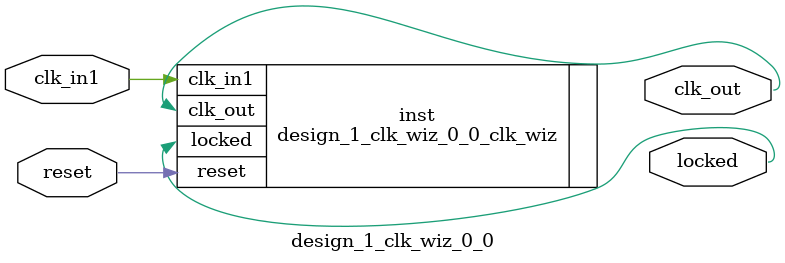
<source format=v>


`timescale 1ps/1ps

(* CORE_GENERATION_INFO = "design_1_clk_wiz_0_0,clk_wiz_v6_0_16_0_0,{component_name=design_1_clk_wiz_0_0,use_phase_alignment=false,use_min_o_jitter=false,use_max_i_jitter=false,use_dyn_phase_shift=false,use_inclk_switchover=false,use_dyn_reconfig=false,enable_axi=0,feedback_source=FDBK_AUTO,PRIMITIVE=MMCM,num_out_clk=1,clkin1_period=40.000,clkin2_period=10.0,use_power_down=false,use_reset=true,use_locked=true,use_inclk_stopped=false,feedback_type=SINGLE,CLOCK_MGR_TYPE=NA,manual_override=false}" *)

module design_1_clk_wiz_0_0 
 (
  // Clock out ports
  output        clk_out,
  // Status and control signals
  input         reset,
  output        locked,
 // Clock in ports
  input         clk_in1
 );

  design_1_clk_wiz_0_0_clk_wiz inst
  (
  // Clock out ports  
  .clk_out(clk_out),
  // Status and control signals               
  .reset(reset), 
  .locked(locked),
 // Clock in ports
  .clk_in1(clk_in1)
  );

endmodule

</source>
